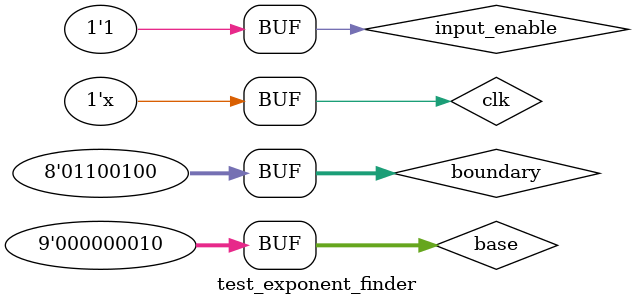
<source format=v>
`timescale 1ns / 1ps


module test_exponent_finder;

	// Inputs
	reg clk;
	reg [7:0] boundary;
	reg input_enable;
	reg [8:0] base;

	// Outputs
	wire [7:0] exponent;
	wire ready;

	// Instantiate the Unit Under Test (UUT)
	exponent_finder uut (
		.clk(clk), 
		.boundary(boundary), 
		.input_enable(input_enable), 
		.base(base), 
		.exponent(exponent), 
		.ready(ready)
	);

	always #5 clk = ~clk;

	initial begin
		// Initialize Inputs
		clk = 1;
		boundary = 100;
		input_enable = 1;
		base = 2;

		// Wait 100 ns for global reset to finish
		#100;
        
		// Add stimulus here

	end
      
endmodule


</source>
